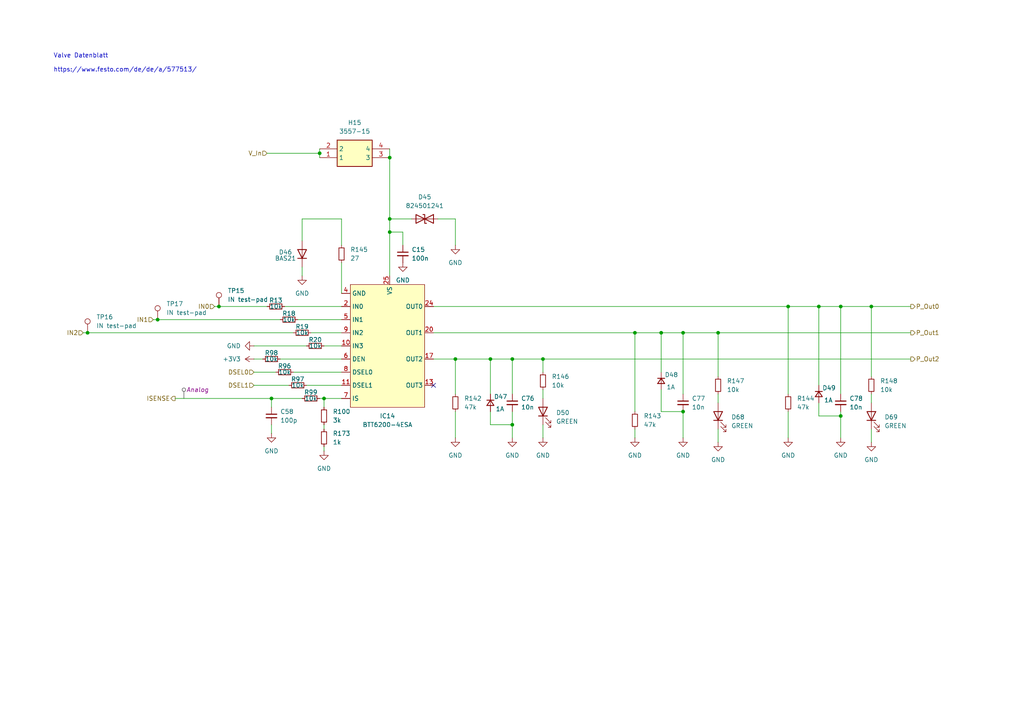
<source format=kicad_sch>
(kicad_sch (version 20231120) (generator "eeschema") (generator_version "8.0")
  (paper "A4")
  (title_block (title "PDU FT25") (date "2024-11-23") (rev "V1.1") (company "Janek Herm") (comment 1 "FaSTTUBe Electronics"))
  (lib_symbols
    (symbol "3557-15:3557-15"
      (property "Reference" "H" (at 16.51 7.62 0))
      (property "Value" "3557-15" (at 16.51 5.08 0))
      (symbol "3557-15_1_1"
        (rectangle (start 5.08 2.54) (end 15.24 -5.08) (stroke (width 0.254)) (fill (type background)))
        (pin passive line (at 0 -2.54 0) (length 5.08) (name "1") (number "1"))
        (pin passive line (at 0 0 0) (length 5.08) (name "2") (number "2"))
        (pin passive line (at 20.32 -2.54 180) (length 5.08) (name "3") (number "3"))
        (pin passive line (at 20.32 0 180) (length 5.08) (name "4") (number "4"))
      )
    )
    (symbol "Connector:TestPoint" (pin_numbers hide) (pin_names (offset 0.762) hide)
      (property "Reference" "TP" (at 0 6.858 0))
      (property "Value" "TestPoint" (at 0 5.08 0))
      (symbol "TestPoint_0_1"
        (circle (center 0 3.302) (radius 0.762))
      )
      (symbol "TestPoint_1_1"
        (pin passive line (at 0 0 90) (length 2.54) (name "1") (number "1"))
      )
    )
    (symbol "Device:C_Small" (pin_numbers hide) (pin_names (offset 0.254) hide)
      (property "Reference" "C" (at 0.254 1.778 0))
      (property "Value" "C_Small" (at 0.254 -2.032 0))
      (symbol "C_Small_0_1"
        (polyline (pts (xy -1.524 -0.508) (xy 1.524 -0.508)) (stroke (width 0.3302)))
        (polyline (pts (xy -1.524 0.508) (xy 1.524 0.508)) (stroke (width 0.3048)))
      )
      (symbol "C_Small_1_1"
        (pin passive line (at 0 2.54 270) (length 2.032) (name "~") (number "1"))
        (pin passive line (at 0 -2.54 90) (length 2.032) (name "~") (number "2"))
      )
    )
    (symbol "Device:D_Small" (pin_numbers hide) (pin_names (offset 0.254) hide)
      (property "Reference" "D" (at -1.27 2.032 0))
      (property "Value" "D_Small" (at -3.81 -2.032 0))
      (symbol "D_Small_0_1"
        (polyline (pts (xy -0.762 -1.016) (xy -0.762 1.016)) (stroke (width 0.254)))
        (polyline (pts (xy -0.762 0) (xy 0.762 0)))
        (polyline (pts (xy 0.762 -1.016) (xy -0.762 0) (xy 0.762 1.016) (xy 0.762 -1.016)) (stroke (width 0.254)))
      )
      (symbol "D_Small_1_1"
        (pin passive line (at -2.54 0 0) (length 1.778) (name "K") (number "1"))
        (pin passive line (at 2.54 0 180) (length 1.778) (name "A") (number "2"))
      )
    )
    (symbol "Device:D_TVS" (pin_numbers hide) (pin_names (offset 1.016) hide)
      (property "Reference" "D" (at 0 2.54 0))
      (property "Value" "D_TVS" (at 0 -2.54 0))
      (symbol "D_TVS_0_1"
        (polyline (pts (xy 1.27 0) (xy -1.27 0)))
        (polyline (pts (xy 0.508 1.27) (xy 0 1.27) (xy 0 -1.27) (xy -0.508 -1.27)) (stroke (width 0.254)))
        (polyline (pts (xy -2.54 1.27) (xy -2.54 -1.27) (xy 2.54 1.27) (xy 2.54 -1.27) (xy -2.54 1.27)) (stroke (width 0.254)))
      )
      (symbol "D_TVS_1_1"
        (pin passive line (at -3.81 0 0) (length 2.54) (name "A1") (number "1"))
        (pin passive line (at 3.81 0 180) (length 2.54) (name "A2") (number "2"))
      )
    )
    (symbol "Device:LED" (pin_numbers hide) (pin_names (offset 1.016) hide)
      (property "Reference" "D" (at 0 2.54 0))
      (property "Value" "LED" (at 0 -2.54 0))
      (symbol "LED_0_1"
        (polyline (pts (xy -1.27 -1.27) (xy -1.27 1.27)) (stroke (width 0.254)))
        (polyline (pts (xy -1.27 0) (xy 1.27 0)))
        (polyline (pts (xy 1.27 -1.27) (xy 1.27 1.27) (xy -1.27 0) (xy 1.27 -1.27)) (stroke (width 0.254)))
        (polyline (pts (xy -3.048 -0.762) (xy -4.572 -2.286) (xy -3.81 -2.286) (xy -4.572 -2.286) (xy -4.572 -1.524)))
        (polyline (pts (xy -1.778 -0.762) (xy -3.302 -2.286) (xy -2.54 -2.286) (xy -3.302 -2.286) (xy -3.302 -1.524)))
      )
      (symbol "LED_1_1"
        (pin passive line (at -3.81 0 0) (length 2.54) (name "K") (number "1"))
        (pin passive line (at 3.81 0 180) (length 2.54) (name "A") (number "2"))
      )
    )
    (symbol "Device:R_Small" (pin_numbers hide) (pin_names (offset 0.254) hide)
      (property "Reference" "R" (at 0.762 0.508 0))
      (property "Value" "R_Small" (at 0.762 -1.016 0))
      (symbol "R_Small_0_1"
        (rectangle (start -0.762 1.778) (end 0.762 -1.778) (stroke (width 0.2032)))
      )
      (symbol "R_Small_1_1"
        (pin passive line (at 0 2.54 270) (length 0.762) (name "~") (number "1"))
        (pin passive line (at 0 -2.54 90) (length 0.762) (name "~") (number "2"))
      )
    )
    (symbol "Diode:BAS21" (pin_numbers hide) (pin_names hide)
      (property "Reference" "D" (at 0 2.54 0))
      (property "Value" "BAS21" (at 0 -2.54 0))
      (symbol "BAS21_0_1"
        (polyline (pts (xy -1.27 1.27) (xy -1.27 -1.27)) (stroke (width 0.254)))
        (polyline (pts (xy 1.27 0) (xy -1.27 0)))
        (polyline (pts (xy 1.27 1.27) (xy 1.27 -1.27) (xy -1.27 0) (xy 1.27 1.27)) (stroke (width 0.254)))
      )
      (symbol "BAS21_1_1"
        (pin passive line (at 3.81 0 180) (length 2.54) (name "A") (number "1"))
        (pin no_connect line (at -1.27 0 0) (length 2.54) hide (name "NC") (number "2"))
        (pin passive line (at -3.81 0 0) (length 2.54) (name "K") (number "3"))
      )
    )
    (symbol "FaSTTUBe_Power-Switches:BTT6200-4ESA"
      (property "Reference" "IC" (at 0 -41.91 0))
      (property "Value" "BTT6200-4ESA" (at 0 -43.942 0))
      (symbol "BTT6200-4ESA_1_1"
        (rectangle (start -11.43 -5.08) (end 10.16 -40.64) (fill (type background)))
        (pin no_connect line (at 12.7 -5.08 180) (length 2.54) hide (name "NC") (number "1"))
        (pin input line (at -13.97 -22.86 0) (length 2.54) (name "IN3") (number "10"))
        (pin input line (at -13.97 -34.29 0) (length 2.54) (name "DSEL1") (number "11"))
        (pin no_connect line (at 12.7 -6.35 180) (length 2.54) hide (name "NC") (number "12"))
        (pin output line (at 12.7 -34.29 180) (length 2.54) (name "OUT3") (number "13"))
        (pin no_connect line (at 12.7 -31.75 180) (length 2.54) hide (name "NC") (number "14"))
        (pin no_connect line (at 12.7 -30.48 180) (length 2.54) hide (name "NC") (number "15"))
        (pin no_connect line (at 12.7 -29.21 180) (length 2.54) hide (name "NC") (number "16"))
        (pin output line (at 12.7 -26.67 180) (length 2.54) (name "OUT2") (number "17"))
        (pin no_connect line (at 12.7 -24.13 180) (length 2.54) hide (name "NC") (number "18"))
        (pin no_connect line (at 12.7 -22.86 180) (length 2.54) hide (name "NC") (number "19"))
        (pin input line (at -13.97 -11.43 0) (length 2.54) (name "IN0") (number "2"))
        (pin output line (at 12.7 -19.05 180) (length 2.54) (name "OUT1") (number "20"))
        (pin no_connect line (at 12.7 -16.51 180) (length 2.54) hide (name "NC") (number "21"))
        (pin no_connect line (at 12.7 -15.24 180) (length 2.54) hide (name "NC") (number "22"))
        (pin no_connect line (at 12.7 -13.97 180) (length 2.54) hide (name "NC") (number "23"))
        (pin output line (at 12.7 -11.43 180) (length 2.54) (name "OUT0") (number "24"))
        (pin passive line (at 0 -2.54 270) (length 2.54) (name "VS") (number "25"))
        (pin no_connect line (at 12.7 -38.1 180) (length 2.54) hide (name "NC") (number "3"))
        (pin passive line (at -13.97 -7.62 0) (length 2.54) (name "GND") (number "4"))
        (pin input line (at -13.97 -15.24 0) (length 2.54) (name "IN1") (number "5"))
        (pin input line (at -13.97 -26.67 0) (length 2.54) (name "DEN") (number "6"))
        (pin input line (at -13.97 -38.1 0) (length 2.54) (name "IS") (number "7"))
        (pin input line (at -13.97 -30.48 0) (length 2.54) (name "DSEL0") (number "8"))
        (pin input line (at -13.97 -19.05 0) (length 2.54) (name "IN2") (number "9"))
      )
    )
    (symbol "power:+3V3" (power) (pin_numbers hide) (pin_names (offset 0) hide)
      (property "Value" "+3V3" (at 0 3.556 0))
      (symbol "+3V3_0_1"
        (polyline (pts (xy -0.762 1.27) (xy 0 2.54)))
        (polyline (pts (xy 0 0) (xy 0 2.54)))
        (polyline (pts (xy 0 2.54) (xy 0.762 1.27)))
      )
      (symbol "+3V3_1_1"
        (pin power_in line (at 0 0 90) (length 0) (name "~") (number "1"))
      )
    )
    (symbol "power:GND" (power) (pin_numbers hide) (pin_names (offset 0) hide)
      (property "Value" "GND" (at 0 -3.81 0))
      (symbol "GND_0_1"
        (polyline (pts (xy 0 0) (xy 0 -1.27) (xy 1.27 -1.27) (xy 0 -2.54) (xy -1.27 -1.27) (xy 0 -1.27)))
      )
      (symbol "GND_1_1"
        (pin power_in line (at 0 0 270) (length 0) (name "~") (number "1"))
      )
    )
  )
  (junction (at 93.98 115.57))
  (junction (at 243.84 88.9))
  (junction (at 208.28 96.52))
  (junction (at 237.49 88.9))
  (junction (at 198.12 119.38))
  (junction (at 113.03 45.72))
  (junction (at 45.72 92.71))
  (junction (at 252.73 88.9))
  (junction (at 157.48 104.14))
  (junction (at 184.15 96.52))
  (junction (at 142.24 104.14))
  (junction (at 148.59 104.14))
  (junction (at 148.59 123.19))
  (junction (at 113.03 63.5))
  (junction (at 78.74 115.57))
  (junction (at 191.77 96.52))
  (junction (at 63.5 88.9))
  (junction (at 132.08 104.14))
  (junction (at 198.12 96.52))
  (junction (at 243.84 120.65))
  (junction (at 25.4 96.52))
  (junction (at 228.6 88.9))
  (junction (at 113.03 67.31))
  (junction (at 92.71 44.45))
  (no_connect (at 125.73 111.76))
  (wire (pts (xy 116.84 71.12) (xy 116.84 67.31)))
  (wire (pts (xy 228.6 119.38) (xy 228.6 127)))
  (wire (pts (xy 252.73 124.46) (xy 252.73 128.27)))
  (wire (pts (xy 86.36 92.71) (xy 99.06 92.71)))
  (wire (pts (xy 87.63 77.47) (xy 87.63 80.01)))
  (wire (pts (xy 50.8 115.57) (xy 78.74 115.57)))
  (wire (pts (xy 184.15 124.46) (xy 184.15 127)))
  (wire (pts (xy 243.84 88.9) (xy 243.84 114.3)))
  (wire (pts (xy 252.73 88.9) (xy 252.73 109.22)))
  (wire (pts (xy 208.28 124.46) (xy 208.28 128.27)))
  (wire (pts (xy 148.59 119.38) (xy 148.59 123.19)))
  (wire (pts (xy 73.66 107.95) (xy 80.01 107.95)))
  (wire (pts (xy 191.77 113.03) (xy 191.77 119.38)))
  (wire (pts (xy 93.98 115.57) (xy 99.06 115.57)))
  (wire (pts (xy 142.24 104.14) (xy 148.59 104.14)))
  (wire (pts (xy 184.15 96.52) (xy 184.15 119.38)))
  (wire (pts (xy 237.49 120.65) (xy 243.84 120.65)))
  (wire (pts (xy 99.06 85.09) (xy 99.06 76.2)))
  (wire (pts (xy 148.59 104.14) (xy 157.48 104.14)))
  (wire (pts (xy 99.06 63.5) (xy 87.63 63.5)))
  (wire (pts (xy 73.66 111.76) (xy 83.82 111.76)))
  (wire (pts (xy 62.23 88.9) (xy 63.5 88.9)))
  (wire (pts (xy 157.48 104.14) (xy 157.48 107.95)))
  (wire (pts (xy 157.48 113.03) (xy 157.48 115.57)))
  (wire (pts (xy 243.84 88.9) (xy 252.73 88.9)))
  (wire (pts (xy 87.63 63.5) (xy 87.63 69.85)))
  (wire (pts (xy 243.84 120.65) (xy 243.84 127)))
  (wire (pts (xy 113.03 67.31) (xy 113.03 80.01)))
  (wire (pts (xy 125.73 96.52) (xy 184.15 96.52)))
  (wire (pts (xy 113.03 45.72) (xy 113.03 63.5)))
  (wire (pts (xy 113.03 63.5) (xy 119.38 63.5)))
  (wire (pts (xy 148.59 123.19) (xy 148.59 127)))
  (wire (pts (xy 198.12 96.52) (xy 208.28 96.52)))
  (wire (pts (xy 132.08 71.12) (xy 132.08 63.5)))
  (wire (pts (xy 77.47 44.45) (xy 92.71 44.45)))
  (wire (pts (xy 132.08 119.38) (xy 132.08 127)))
  (wire (pts (xy 93.98 100.33) (xy 99.06 100.33)))
  (wire (pts (xy 191.77 96.52) (xy 184.15 96.52)))
  (wire (pts (xy 45.72 92.71) (xy 81.28 92.71)))
  (wire (pts (xy 113.03 63.5) (xy 113.03 67.31)))
  (wire (pts (xy 81.28 104.14) (xy 99.06 104.14)))
  (wire (pts (xy 73.66 100.33) (xy 88.9 100.33)))
  (wire (pts (xy 237.49 88.9) (xy 237.49 111.76)))
  (wire (pts (xy 78.74 123.19) (xy 78.74 125.73)))
  (wire (pts (xy 208.28 96.52) (xy 264.16 96.52)))
  (wire (pts (xy 208.28 114.3) (xy 208.28 116.84)))
  (wire (pts (xy 92.71 43.18) (xy 92.71 44.45)))
  (wire (pts (xy 198.12 96.52) (xy 198.12 114.3)))
  (wire (pts (xy 191.77 119.38) (xy 198.12 119.38)))
  (wire (pts (xy 63.5 88.9) (xy 77.47 88.9)))
  (wire (pts (xy 93.98 129.54) (xy 93.98 130.81)))
  (wire (pts (xy 157.48 104.14) (xy 264.16 104.14)))
  (wire (pts (xy 252.73 88.9) (xy 264.16 88.9)))
  (wire (pts (xy 125.73 88.9) (xy 228.6 88.9)))
  (wire (pts (xy 142.24 104.14) (xy 142.24 114.3)))
  (wire (pts (xy 191.77 96.52) (xy 191.77 107.95)))
  (wire (pts (xy 157.48 123.19) (xy 157.48 127)))
  (wire (pts (xy 116.84 67.31) (xy 113.03 67.31)))
  (wire (pts (xy 228.6 88.9) (xy 237.49 88.9)))
  (wire (pts (xy 78.74 115.57) (xy 87.63 115.57)))
  (wire (pts (xy 44.45 92.71) (xy 45.72 92.71)))
  (wire (pts (xy 142.24 123.19) (xy 148.59 123.19)))
  (wire (pts (xy 92.71 115.57) (xy 93.98 115.57)))
  (wire (pts (xy 208.28 96.52) (xy 208.28 109.22)))
  (wire (pts (xy 125.73 104.14) (xy 132.08 104.14)))
  (wire (pts (xy 113.03 43.18) (xy 113.03 45.72)))
  (wire (pts (xy 198.12 119.38) (xy 198.12 127)))
  (wire (pts (xy 252.73 114.3) (xy 252.73 116.84)))
  (wire (pts (xy 99.06 71.12) (xy 99.06 63.5)))
  (wire (pts (xy 85.09 107.95) (xy 99.06 107.95)))
  (wire (pts (xy 148.59 104.14) (xy 148.59 114.3)))
  (wire (pts (xy 228.6 88.9) (xy 228.6 114.3)))
  (wire (pts (xy 82.55 88.9) (xy 99.06 88.9)))
  (wire (pts (xy 93.98 115.57) (xy 93.98 118.11)))
  (wire (pts (xy 93.98 123.19) (xy 93.98 124.46)))
  (wire (pts (xy 92.71 44.45) (xy 92.71 45.72)))
  (wire (pts (xy 237.49 116.84) (xy 237.49 120.65)))
  (wire (pts (xy 73.66 104.14) (xy 76.2 104.14)))
  (wire (pts (xy 90.17 96.52) (xy 99.06 96.52)))
  (wire (pts (xy 88.9 111.76) (xy 99.06 111.76)))
  (wire (pts (xy 25.4 96.52) (xy 85.09 96.52)))
  (wire (pts (xy 243.84 119.38) (xy 243.84 120.65)))
  (wire (pts (xy 142.24 119.38) (xy 142.24 123.19)))
  (wire (pts (xy 132.08 104.14) (xy 142.24 104.14)))
  (wire (pts (xy 132.08 63.5) (xy 127 63.5)))
  (wire (pts (xy 191.77 96.52) (xy 198.12 96.52)))
  (wire (pts (xy 132.08 104.14) (xy 132.08 114.3)))
  (wire (pts (xy 24.13 96.52) (xy 25.4 96.52)))
  (wire (pts (xy 237.49 88.9) (xy 243.84 88.9)))
  (wire (pts (xy 78.74 115.57) (xy 78.74 118.11)))
  (text "Valve Datenblatt\n\nhttps://www.festo.com/de/de/a/577513/" (at 15.494 18.288 0) (effects (font (size 1.27 1.27)) (justify left)))
  (hierarchical_label "ISENSE" (shape output) (at 50.8 115.57 180))
  (hierarchical_label "P_Out2" (shape output) (at 264.16 104.14 0))
  (hierarchical_label "DSEL1" (shape input) (at 73.66 111.76 180))
  (hierarchical_label "IN0" (shape input) (at 62.23 88.9 180))
  (hierarchical_label "DSEL0" (shape input) (at 73.66 107.95 180))
  (hierarchical_label "IN1" (shape input) (at 44.45 92.71 180))
  (hierarchical_label "P_Out1" (shape output) (at 264.16 96.52 0))
  (hierarchical_label "P_Out0" (shape output) (at 264.16 88.9 0))
  (hierarchical_label "IN2" (shape input) (at 24.13 96.52 180))
  (hierarchical_label "V_In" (shape input) (at 77.47 44.45 180))
  (netclass_flag "" (length 2.54) (shape round) (at 53.34 115.57 0) (property "Netclass" "Analog" (at 54.0385 113.03 0) (effects (font (italic yes)) (justify left))))
  (symbol (lib_id "power:GND") (at 116.84 76.2 0) (unit 1)
    (property "Reference" "#PWR023" (effects (hide yes)))
    (property "Value" "GND" (at 116.84 81.28 0))
    (property "Description" "Power symbol creates a global label with name \"GND\" , ground" (effects (hide yes)))
  )
  (symbol (lib_id "Diode:BAS21") (at 87.63 73.66 90) (unit 1)
    (property "Reference" "D46" (at 82.804 73.152 90))
    (property "Value" "BAS21" (at 82.804 74.93 90))
    (property "Footprint" "Package_TO_SOT_SMD:SOT-23" (effects (hide yes)))
    (property "Datasheet" "https://www.diodes.com/assets/Datasheets/Ds12004.pdf" (effects (hide yes)))
    (property "Description" "250V, 0.4A, High-speed Switching Diode, SOT-23" (effects (hide yes)))
  )
  (symbol (lib_id "Device:C_Small") (at 78.74 120.65 0) (unit 1)
    (property "Reference" "C58" (at 81.28 119.3862 0) (effects (justify left)))
    (property "Value" "100p" (at 81.28 121.9262 0) (effects (justify left)))
    (property "Footprint" "Capacitor_SMD:C_0603_1608Metric" (effects (hide yes)))
    (property "Description" "Unpolarized capacitor, small symbol" (effects (hide yes)))
  )
  (symbol (lib_id "power:GND") (at 73.66 100.33 270) (unit 1)
    (property "Reference" "#PWR033" (effects (hide yes)))
    (property "Value" "GND" (at 69.85 100.3299 90) (effects (justify right)))
    (property "Description" "Power symbol creates a global label with name \"GND\" , ground" (effects (hide yes)))
  )
  (symbol (lib_id "power:GND") (at 184.15 127 0) (unit 1)
    (property "Reference" "#PWR042" (effects (hide yes)))
    (property "Value" "GND" (at 184.15 132.08 0))
    (property "Description" "Power symbol creates a global label with name \"GND\" , ground" (effects (hide yes)))
  )
  (symbol (lib_id "Connector:TestPoint") (at 63.5 88.9 0) (unit 1)
    (property "Reference" "TP15" (at 66.04 84.3279 0) (effects (justify left)))
    (property "Value" "IN test-pad" (at 66.04 86.8679 0) (effects (justify left)))
    (property "Footprint" "5025:5025" (effects (hide yes)))
    (property "Description" "test point" (effects (hide yes)))
  )
  (symbol (lib_id "power:GND") (at 252.73 128.27 0) (unit 1)
    (property "Reference" "#PWR0200" (effects (hide yes)))
    (property "Value" "GND" (at 252.73 133.35 0))
    (property "Description" "Power symbol creates a global label with name \"GND\" , ground" (effects (hide yes)))
  )
  (symbol (lib_id "Device:R_Small") (at 91.44 100.33 90) (unit 1)
    (property "Reference" "R20" (at 91.44 98.552 90))
    (property "Value" "10k" (at 91.44 100.33 90))
    (property "Footprint" "Resistor_SMD:R_0603_1608Metric" (effects (hide yes)))
    (property "Description" "Resistor, small symbol" (effects (hide yes)))
  )
  (symbol (lib_id "Device:R_Small") (at 83.82 92.71 90) (unit 1)
    (property "Reference" "R18" (at 83.82 90.932 90))
    (property "Value" "10k" (at 83.82 92.71 90))
    (property "Footprint" "Resistor_SMD:R_0603_1608Metric" (effects (hide yes)))
    (property "Description" "Resistor, small symbol" (effects (hide yes)))
  )
  (symbol (lib_id "FaSTTUBe_Power-Switches:BTT6200-4ESA") (at 113.03 77.47 0) (unit 1)
    (property "Reference" "IC14" (at 112.395 120.65 0))
    (property "Value" "BTT6200-4ESA" (at 112.395 123.19 0))
    (property "Footprint" "BTT6200-4ESA:SOP65P600X115-25N" (effects (hide yes)))
    (property "Datasheet" "https://www.infineon.com/dgdl/Infineon-BTT6200-4ESA-DS-v01_00-EN.pdf?fileId=5546d46269e1c019016a22035b660d8d" (effects (hide yes)))
  )
  (symbol (lib_id "Device:R_Small") (at 78.74 104.14 90) (unit 1)
    (property "Reference" "R98" (at 78.74 102.362 90))
    (property "Value" "10k" (at 78.74 104.14 90))
    (property "Footprint" "Resistor_SMD:R_0603_1608Metric" (effects (hide yes)))
    (property "Description" "Resistor, small symbol" (effects (hide yes)))
  )
  (symbol (lib_id "Device:C_Small") (at 198.12 116.84 0) (unit 1)
    (property "Reference" "C77" (at 200.66 115.5762 0) (effects (justify left)))
    (property "Value" "10n" (at 200.66 118.1162 0) (effects (justify left)))
    (property "Footprint" "Capacitor_SMD:C_0603_1608Metric" (effects (hide yes)))
    (property "Description" "Unpolarized capacitor, small symbol" (effects (hide yes)))
  )
  (symbol (lib_id "Device:R_Small") (at 184.15 121.92 0) (unit 1)
    (property "Reference" "R143" (at 186.69 120.6499 0) (effects (justify left)))
    (property "Value" "47k" (at 186.69 123.1899 0) (effects (justify left)))
    (property "Footprint" "Resistor_SMD:R_0603_1608Metric" (effects (hide yes)))
    (property "Description" "Resistor, small symbol" (effects (hide yes)))
  )
  (symbol (lib_id "power:GND") (at 148.59 127 0) (unit 1)
    (property "Reference" "#PWR041" (effects (hide yes)))
    (property "Value" "GND" (at 148.59 132.08 0))
    (property "Description" "Power symbol creates a global label with name \"GND\" , ground" (effects (hide yes)))
  )
  (symbol (lib_id "Device:C_Small") (at 148.59 116.84 0) (unit 1)
    (property "Reference" "C76" (at 151.13 115.5762 0) (effects (justify left)))
    (property "Value" "10n" (at 151.13 118.1162 0) (effects (justify left)))
    (property "Footprint" "Capacitor_SMD:C_0603_1608Metric" (effects (hide yes)))
    (property "Description" "Unpolarized capacitor, small symbol" (effects (hide yes)))
  )
  (symbol (lib_id "power:GND") (at 243.84 127 0) (unit 1)
    (property "Reference" "#PWR0152" (effects (hide yes)))
    (property "Value" "GND" (at 243.84 132.08 0))
    (property "Description" "Power symbol creates a global label with name \"GND\" , ground" (effects (hide yes)))
  )
  (symbol (lib_id "Device:R_Small") (at 208.28 111.76 0) (unit 1)
    (property "Reference" "R147" (at 210.82 110.4899 0) (effects (justify left)))
    (property "Value" "10k" (at 210.82 113.0299 0) (effects (justify left)))
    (property "Footprint" "Resistor_SMD:R_0603_1608Metric" (effects (hide yes)))
    (property "Description" "Resistor, small symbol" (effects (hide yes)))
  )
  (symbol (lib_id "Device:C_Small") (at 243.84 116.84 0) (unit 1)
    (property "Reference" "C78" (at 246.38 115.5762 0) (effects (justify left)))
    (property "Value" "10n" (at 246.38 118.1162 0) (effects (justify left)))
    (property "Footprint" "Capacitor_SMD:C_0603_1608Metric" (effects (hide yes)))
    (property "Description" "Unpolarized capacitor, small symbol" (effects (hide yes)))
  )
  (symbol (lib_id "Device:R_Small") (at 132.08 116.84 0) (unit 1)
    (property "Reference" "R142" (at 134.62 115.5699 0) (effects (justify left)))
    (property "Value" "47k" (at 134.62 118.1099 0) (effects (justify left)))
    (property "Footprint" "Resistor_SMD:R_0603_1608Metric" (effects (hide yes)))
    (property "Description" "Resistor, small symbol" (effects (hide yes)))
  )
  (symbol (lib_id "power:+3V3") (at 73.66 104.14 90) (unit 1)
    (property "Reference" "#PWR026" (effects (hide yes)))
    (property "Value" "+3V3" (at 69.85 104.1399 90) (effects (justify left)))
    (property "Description" "Power symbol creates a global label with name \"+3V3\"" (effects (hide yes)))
  )
  (symbol (lib_id "Device:D_Small") (at 237.49 114.3 270) (unit 1)
    (property "Reference" "D49" (at 238.506 112.5219 90) (effects (justify left)))
    (property "Value" "1A" (at 239.014 116.0779 90) (effects (justify left)))
    (property "Footprint" "Diode_SMD:D_SOD-123F" (effects (hide yes)))
    (property "Datasheet" "https://www.mouser.de/datasheet/2/389/stpst1h100-3107187.pdf" (effects (hide yes)))
    (property "Description" "Diode, small symbol" (effects (hide yes)))
    (property "Sim.Device" "D" (effects (hide yes)))
    (property "Sim.Pins" "1=K 2=A" (effects (hide yes)))
  )
  (symbol (lib_id "Device:D_Small") (at 191.77 110.49 270) (unit 1)
    (property "Reference" "D48" (at 192.786 108.7119 90) (effects (justify left)))
    (property "Value" "1A" (at 193.294 112.2679 90) (effects (justify left)))
    (property "Footprint" "Diode_SMD:D_SOD-123F" (effects (hide yes)))
    (property "Datasheet" "https://www.mouser.de/datasheet/2/389/stpst1h100-3107187.pdf" (effects (hide yes)))
    (property "Description" "Diode, small symbol" (effects (hide yes)))
    (property "Sim.Device" "D" (effects (hide yes)))
    (property "Sim.Pins" "1=K 2=A" (effects (hide yes)))
  )
  (symbol (lib_id "power:GND") (at 157.48 127 0) (unit 1)
    (property "Reference" "#PWR0198" (effects (hide yes)))
    (property "Value" "GND" (at 157.48 132.08 0))
    (property "Description" "Power symbol creates a global label with name \"GND\" , ground" (effects (hide yes)))
  )
  (symbol (lib_id "Device:R_Small") (at 228.6 116.84 0) (unit 1)
    (property "Reference" "R144" (at 231.14 115.5699 0) (effects (justify left)))
    (property "Value" "47k" (at 231.14 118.1099 0) (effects (justify left)))
    (property "Footprint" "Resistor_SMD:R_0603_1608Metric" (effects (hide yes)))
    (property "Description" "Resistor, small symbol" (effects (hide yes)))
  )
  (symbol (lib_id "Device:LED") (at 252.73 120.65 90) (unit 1)
    (property "Reference" "D69" (at 256.54 120.9674 90) (effects (justify right)))
    (property "Value" "GREEN" (at 256.54 123.5074 90) (effects (justify right)))
    (property "Footprint" "LED_SMD:LED_0603_1608Metric" (effects (hide yes)))
    (property "Datasheet" "https://www.we-online.com/components/products/datasheet/150060VS75000.pdf" (effects (hide yes)))
    (property "Description" "Light emitting diode" (effects (hide yes)))
    (property "MPR" "150060VS75000" (effects (hide yes)))
  )
  (symbol (lib_id "Device:R_Small") (at 93.98 120.65 180) (unit 1)
    (property "Reference" "R100" (at 96.52 119.3799 0) (effects (justify right)))
    (property "Value" "3k" (at 96.52 121.9199 0) (effects (justify right)))
    (property "Footprint" "Resistor_SMD:R_0603_1608Metric" (effects (hide yes)))
    (property "Description" "Resistor, small symbol" (effects (hide yes)))
  )
  (symbol (lib_id "Device:R_Small") (at 90.17 115.57 90) (unit 1)
    (property "Reference" "R99" (at 90.17 113.792 90))
    (property "Value" "10k" (at 90.17 115.57 90))
    (property "Footprint" "Resistor_SMD:R_0603_1608Metric" (effects (hide yes)))
    (property "Description" "Resistor, small symbol" (effects (hide yes)))
  )
  (symbol (lib_id "Device:R_Small") (at 252.73 111.76 0) (unit 1)
    (property "Reference" "R148" (at 255.27 110.4899 0) (effects (justify left)))
    (property "Value" "10k" (at 255.27 113.0299 0) (effects (justify left)))
    (property "Footprint" "Resistor_SMD:R_0603_1608Metric" (effects (hide yes)))
    (property "Description" "Resistor, small symbol" (effects (hide yes)))
  )
  (symbol (lib_id "Device:LED") (at 157.48 119.38 90) (unit 1)
    (property "Reference" "D50" (at 161.29 119.6974 90) (effects (justify right)))
    (property "Value" "GREEN" (at 161.29 122.2374 90) (effects (justify right)))
    (property "Footprint" "LED_SMD:LED_0603_1608Metric" (effects (hide yes)))
    (property "Datasheet" "https://www.we-online.com/components/products/datasheet/150060VS75000.pdf" (effects (hide yes)))
    (property "Description" "Light emitting diode" (effects (hide yes)))
    (property "MPR" "150060VS75000" (effects (hide yes)))
  )
  (symbol (lib_id "power:GND") (at 208.28 128.27 0) (unit 1)
    (property "Reference" "#PWR0199" (effects (hide yes)))
    (property "Value" "GND" (at 208.28 133.35 0))
    (property "Description" "Power symbol creates a global label with name \"GND\" , ground" (effects (hide yes)))
  )
  (symbol (lib_id "Device:R_Small") (at 82.55 107.95 90) (unit 1)
    (property "Reference" "R96" (at 82.55 106.172 90))
    (property "Value" "10k" (at 82.55 107.95 90))
    (property "Footprint" "Resistor_SMD:R_0603_1608Metric" (effects (hide yes)))
    (property "Description" "Resistor, small symbol" (effects (hide yes)))
  )
  (symbol (lib_id "Connector:TestPoint") (at 45.72 92.71 0) (unit 1)
    (property "Reference" "TP17" (at 48.26 88.1379 0) (effects (justify left)))
    (property "Value" "IN test-pad" (at 48.26 90.6779 0) (effects (justify left)))
    (property "Footprint" "5025:5025" (effects (hide yes)))
    (property "Description" "test point" (effects (hide yes)))
  )
  (symbol (lib_id "power:GND") (at 78.74 125.73 0) (unit 1)
    (property "Reference" "#PWR032" (effects (hide yes)))
    (property "Value" "GND" (at 78.74 130.81 0))
    (property "Description" "Power symbol creates a global label with name \"GND\" , ground" (effects (hide yes)))
  )
  (symbol (lib_id "Device:R_Small") (at 99.06 73.66 0) (unit 1)
    (property "Reference" "R145" (at 101.6 72.3899 0) (effects (justify left)))
    (property "Value" "27" (at 101.6 74.9299 0) (effects (justify left)))
    (property "Footprint" "Resistor_SMD:R_0603_1608Metric" (effects (hide yes)))
    (property "Description" "Resistor, small symbol" (effects (hide yes)))
  )
  (symbol (lib_id "Connector:TestPoint") (at 25.4 96.52 0) (unit 1)
    (property "Reference" "TP16" (at 27.94 91.9479 0) (effects (justify left)))
    (property "Value" "IN test-pad" (at 27.94 94.4879 0) (effects (justify left)))
    (property "Footprint" "5025:5025" (effects (hide yes)))
    (property "Description" "test point" (effects (hide yes)))
  )
  (symbol (lib_id "Device:R_Small") (at 157.48 110.49 0) (unit 1)
    (property "Reference" "R146" (at 160.02 109.2199 0) (effects (justify left)))
    (property "Value" "10k" (at 160.02 111.7599 0) (effects (justify left)))
    (property "Footprint" "Resistor_SMD:R_0603_1608Metric" (effects (hide yes)))
    (property "Description" "Resistor, small symbol" (effects (hide yes)))
  )
  (symbol (lib_id "Device:R_Small") (at 86.36 111.76 90) (unit 1)
    (property "Reference" "R97" (at 86.36 109.982 90))
    (property "Value" "10k" (at 86.36 111.76 90))
    (property "Footprint" "Resistor_SMD:R_0603_1608Metric" (effects (hide yes)))
    (property "Description" "Resistor, small symbol" (effects (hide yes)))
  )
  (symbol (lib_id "power:GND") (at 132.08 71.12 0) (unit 1)
    (property "Reference" "#PWR025" (effects (hide yes)))
    (property "Value" "GND" (at 132.08 76.2 0))
    (property "Description" "Power symbol creates a global label with name \"GND\" , ground" (effects (hide yes)))
  )
  (symbol (lib_id "power:GND") (at 228.6 127 0) (unit 1)
    (property "Reference" "#PWR0151" (effects (hide yes)))
    (property "Value" "GND" (at 228.6 132.08 0))
    (property "Description" "Power symbol creates a global label with name \"GND\" , ground" (effects (hide yes)))
  )
  (symbol (lib_id "Device:D_Small") (at 142.24 116.84 270) (unit 1)
    (property "Reference" "D47" (at 143.256 115.0619 90) (effects (justify left)))
    (property "Value" "1A" (at 143.764 118.6179 90) (effects (justify left)))
    (property "Footprint" "Diode_SMD:D_SOD-123F" (effects (hide yes)))
    (property "Datasheet" "https://www.mouser.de/datasheet/2/389/stpst1h100-3107187.pdf" (effects (hide yes)))
    (property "Description" "Diode, small symbol" (effects (hide yes)))
    (property "Sim.Device" "D" (effects (hide yes)))
    (property "Sim.Pins" "1=K 2=A" (effects (hide yes)))
  )
  (symbol (lib_id "power:GND") (at 93.98 130.81 0) (unit 1)
    (property "Reference" "#PWR027" (effects (hide yes)))
    (property "Value" "GND" (at 93.98 135.89 0))
    (property "Description" "Power symbol creates a global label with name \"GND\" , ground" (effects (hide yes)))
  )
  (symbol (lib_id "power:GND") (at 87.63 80.01 0) (unit 1)
    (property "Reference" "#PWR0153" (effects (hide yes)))
    (property "Value" "GND" (at 87.63 85.09 0))
    (property "Description" "Power symbol creates a global label with name \"GND\" , ground" (effects (hide yes)))
  )
  (symbol (lib_id "Device:LED") (at 208.28 120.65 90) (unit 1)
    (property "Reference" "D68" (at 212.09 120.9674 90) (effects (justify right)))
    (property "Value" "GREEN" (at 212.09 123.5074 90) (effects (justify right)))
    (property "Footprint" "LED_SMD:LED_0603_1608Metric" (effects (hide yes)))
    (property "Datasheet" "https://www.we-online.com/components/products/datasheet/150060VS75000.pdf" (effects (hide yes)))
    (property "Description" "Light emitting diode" (effects (hide yes)))
    (property "MPR" "150060VS75000" (effects (hide yes)))
  )
  (symbol (lib_id "Device:R_Small") (at 87.63 96.52 90) (unit 1)
    (property "Reference" "R19" (at 87.63 94.742 90))
    (property "Value" "10k" (at 87.63 96.52 90))
    (property "Footprint" "Resistor_SMD:R_0603_1608Metric" (effects (hide yes)))
    (property "Description" "Resistor, small symbol" (effects (hide yes)))
  )
  (symbol (lib_id "3557-15:3557-15") (at 92.71 43.18 0) (unit 1)
    (property "Reference" "H15" (at 102.87 35.56 0))
    (property "Value" "3557-15" (at 102.87 38.1 0))
    (property "Footprint" "3557-15:355715" (effects (hide yes)))
    (property "Datasheet" "https://www.keyelco.com/product-pdf.cfm?p=14225" (effects (hide yes)))
    (property "Description" "Fuse Holder T/H 2 IN 1 AUTO BLDE HOLDER, BLUE 15A" (effects (hide yes)))
    (property "Height" "7.5" (effects (hide yes)))
    (property "Mouser Part Number" "534-3557-15" (effects (hide yes)))
    (property "Mouser Price/Stock" "https://www.mouser.co.uk/ProductDetail/Keystone-Electronics/3557-15?qs=iR2ablhfrmFh8obBV91Xhg%3D%3D" (effects (hide yes)))
    (property "Manufacturer_Name" "Keystone Electronics" (effects (hide yes)))
    (property "Manufacturer_Part_Number" "3557-15" (effects (hide yes)))
  )
  (symbol (lib_id "power:GND") (at 132.08 127 0) (unit 1)
    (property "Reference" "#PWR039" (effects (hide yes)))
    (property "Value" "GND" (at 132.08 132.08 0))
    (property "Description" "Power symbol creates a global label with name \"GND\" , ground" (effects (hide yes)))
  )
  (symbol (lib_id "Device:R_Small") (at 80.01 88.9 90) (unit 1)
    (property "Reference" "R13" (at 80.01 87.122 90))
    (property "Value" "10k" (at 80.01 88.9 90))
    (property "Footprint" "Resistor_SMD:R_0603_1608Metric" (effects (hide yes)))
    (property "Description" "Resistor, small symbol" (effects (hide yes)))
  )
  (symbol (lib_id "Device:D_TVS") (at 123.19 63.5 0) (mirror y) (unit 1)
    (property "Reference" "D45" (at 123.19 57.15 0))
    (property "Value" "824501241" (at 123.19 59.69 0))
    (property "Footprint" "824501241:DIOM5127X250N" (effects (hide yes)))
    (property "Datasheet" "https://www.we-online.com/components/products/datasheet/824501241.pdf" (effects (hide yes)))
    (property "Description" "Bidirectional transient-voltage-suppression diode" (effects (hide yes)))
  )
  (symbol (lib_id "power:GND") (at 198.12 127 0) (unit 1)
    (property "Reference" "#PWR043" (effects (hide yes)))
    (property "Value" "GND" (at 198.12 132.08 0))
    (property "Description" "Power symbol creates a global label with name \"GND\" , ground" (effects (hide yes)))
  )
  (symbol (lib_id "Device:C_Small") (at 116.84 73.66 0) (unit 1)
    (property "Reference" "C15" (at 119.38 72.3962 0) (effects (justify left)))
    (property "Value" "100n" (at 119.38 74.9362 0) (effects (justify left)))
    (property "Footprint" "Capacitor_SMD:C_0603_1608Metric" (effects (hide yes)))
    (property "Description" "Unpolarized capacitor, small symbol" (effects (hide yes)))
  )
  (symbol (lib_id "Device:R_Small") (at 93.98 127 0) (unit 1)
    (property "Reference" "R173" (at 96.52 125.7299 0) (effects (justify left)))
    (property "Value" "1k" (at 96.52 128.2699 0) (effects (justify left)))
    (property "Footprint" "Resistor_SMD:R_0603_1608Metric" (effects (hide yes)))
    (property "Description" "Resistor, small symbol" (effects (hide yes)))
  )
)
</source>
